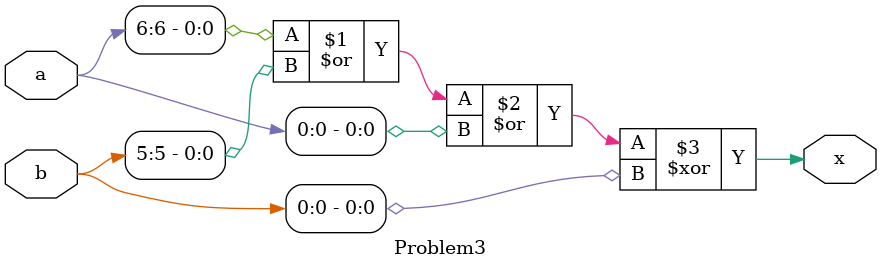
<source format=v>
module Problem3 (a, b, x);
input [7:0] a;
input [7:0] b;
output x;
assign x = (a[6] | b[5] | a[0]) ^ b[0];

endmodule
</source>
